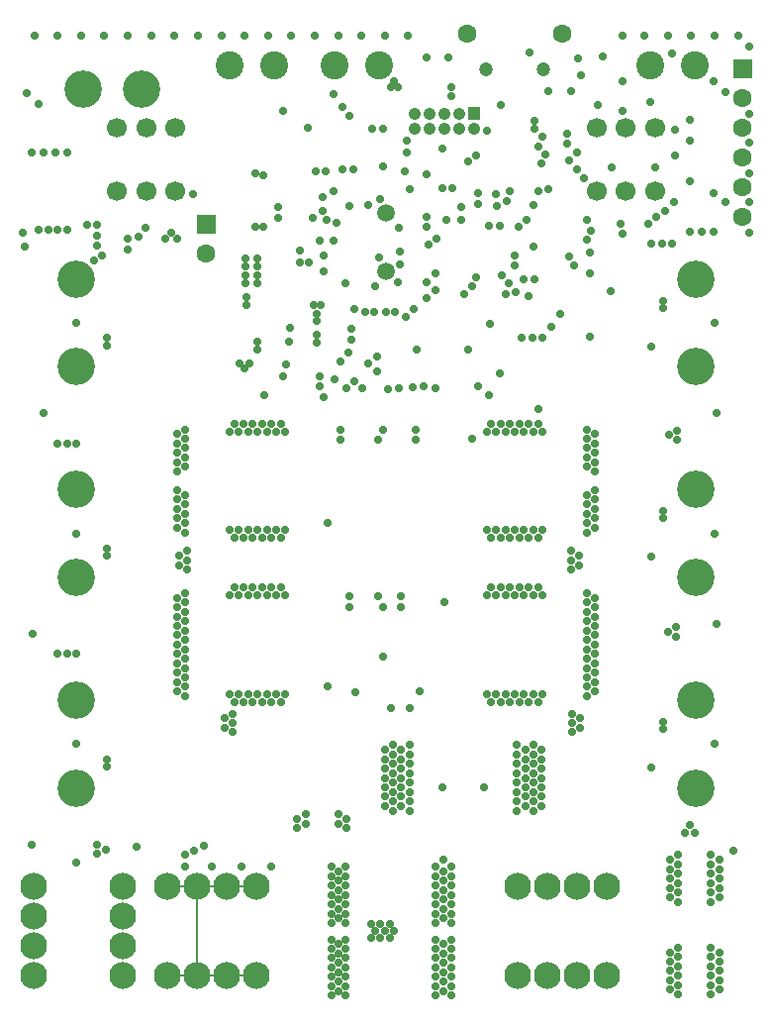
<source format=gbr>
G04 start of page 7 for group 5 idx 5 *
G04 Title: (unknown), offboard *
G04 Creator: pcb 20140316 *
G04 CreationDate: Mon 04 Feb 2019 13:49:24 GMT UTC *
G04 For: kier *
G04 Format: Gerber/RS-274X *
G04 PCB-Dimensions (mil): 3346.46 4133.86 *
G04 PCB-Coordinate-Origin: lower left *
%MOIN*%
%FSLAX25Y25*%
%LNGROUP5*%
%ADD133C,0.0354*%
%ADD132C,0.0571*%
%ADD131C,0.0394*%
%ADD130C,0.0315*%
%ADD129C,0.0256*%
%ADD128C,0.0118*%
%ADD127C,0.0276*%
%ADD126C,0.0669*%
%ADD125C,0.0906*%
%ADD124C,0.0591*%
%ADD123C,0.0945*%
%ADD122C,0.0472*%
%ADD121C,0.0630*%
%ADD120C,0.0001*%
%ADD119C,0.0413*%
%ADD118C,0.1260*%
%ADD117C,0.0079*%
G54D117*X103661Y81929D02*Y51929D01*
X93661D02*X123661D01*
X93661Y81929D02*X123661D01*
G54D118*X271654Y115157D03*
Y144685D03*
Y256890D03*
Y286417D03*
Y186024D03*
Y215551D03*
G54D119*X187008Y342126D03*
Y337126D03*
X182008Y342126D03*
Y337126D03*
G54D120*G36*
X194941Y344193D02*Y340059D01*
X199075D01*
Y344193D01*
X194941D01*
G37*
G54D119*X197008Y337126D03*
X192008Y342126D03*
Y337126D03*
G54D121*X194488Y369094D03*
G54D122*X201083Y356969D03*
G54D119*X177008Y342126D03*
G54D123*X129547Y358268D03*
X114547D03*
X164980D03*
X149980D03*
G54D119*X177008Y337126D03*
G54D120*G36*
X103543Y308031D02*Y301732D01*
X109843D01*
Y308031D01*
X103543D01*
G37*
G54D124*X167323Y308661D03*
Y288976D03*
G54D118*X62992Y215551D03*
Y186024D03*
Y286417D03*
Y256890D03*
G54D121*X106693Y294882D03*
G54D118*X62992Y144685D03*
Y115157D03*
G54D125*X48780Y51929D03*
Y61929D03*
Y71929D03*
Y81929D03*
X78780Y51929D03*
X93661D03*
X103661D03*
X113661D03*
X123661D03*
X78780Y61929D03*
Y71929D03*
Y81929D03*
X93661D03*
X103661D03*
X113661D03*
X123661D03*
X211772D03*
X221772D03*
X231772D03*
X241772D03*
X211772Y51929D03*
X221772D03*
X231772D03*
X241772D03*
G54D120*G36*
X284252Y360394D02*Y354094D01*
X290551D01*
Y360394D01*
X284252D01*
G37*
G54D121*X226772Y369094D03*
G54D122*X220177Y356969D03*
G54D123*X271280Y358268D03*
X256280D03*
G54D121*X287402Y347244D03*
Y337244D03*
Y327244D03*
Y317244D03*
Y307244D03*
G54D126*X257874Y316142D03*
X248031D03*
X238189D03*
X257874Y337402D03*
X248031D03*
X238189D03*
X96457Y316142D03*
Y337402D03*
X86614Y316142D03*
X76772D03*
X86614Y337402D03*
X76772D03*
G54D118*X85039Y350394D03*
X65354D03*
G54D127*X211417Y129528D03*
Y126378D03*
X214173Y127953D03*
Y124803D03*
Y121654D03*
X216929Y129528D03*
X277953Y129921D03*
X216929Y126378D03*
Y123228D03*
X219685Y127953D03*
Y124803D03*
X211417Y123228D03*
Y120079D03*
Y116929D03*
Y113780D03*
Y110630D03*
Y107480D03*
X214173Y118504D03*
X200394Y115354D03*
X214173D03*
X216929Y120079D03*
Y116929D03*
X219685Y115354D03*
Y118504D03*
X216929Y113780D03*
X219685Y112205D03*
X216929Y110630D03*
X214173Y112205D03*
Y109055D03*
X219685D03*
X216929Y107480D03*
X219685Y121654D03*
X210630Y146850D03*
X207480D03*
X213780D03*
X204331D03*
X216929D03*
X201181D03*
X202756Y144094D03*
X205906D03*
X209055D03*
X212205D03*
X215354D03*
X218504D03*
X178740Y147638D03*
X157087Y147244D03*
X166142Y159449D03*
X175197Y142126D03*
X168898D03*
X220079Y146850D03*
X229921Y140157D03*
Y137008D03*
Y133858D03*
X232677Y138583D03*
Y135433D03*
X235039Y146063D03*
X124016Y146850D03*
X127165D03*
X130315D03*
X133465D03*
X122441Y144094D03*
X125591D03*
X128740D03*
X131890D03*
X120866Y146850D03*
X117717D03*
X114567D03*
X116142Y144094D03*
X119291D03*
X99606Y146063D03*
X96850Y147638D03*
X115748Y140157D03*
Y137008D03*
Y133858D03*
X112992Y138583D03*
X99606Y174409D03*
Y171260D03*
Y168110D03*
Y164961D03*
Y161811D03*
X96850Y163386D03*
Y166535D03*
Y169685D03*
Y172835D03*
Y175984D03*
X99606Y158661D03*
Y155512D03*
Y152362D03*
Y149213D03*
X96850Y150787D03*
Y153937D03*
Y157087D03*
Y160236D03*
X62992D03*
X59843D03*
X56693D03*
X48425Y166929D03*
X112992Y135433D03*
X99606Y92520D03*
X102756Y94094D03*
X99606Y88583D03*
X105906Y95669D03*
X73228Y124803D03*
Y122441D03*
X70079Y92913D03*
Y96063D03*
X72835Y94488D03*
X48031Y96063D03*
X62992Y90157D03*
X83465Y95276D03*
X62992Y129921D03*
X210630Y201969D03*
X207480D03*
X213780D03*
X204331D03*
X216929D03*
X201181D03*
X202756Y199213D03*
X205906D03*
X209055D03*
X212205D03*
X215354D03*
X218504D03*
X210630Y179921D03*
X207480D03*
X213780D03*
X204331D03*
X216929D03*
X201181D03*
X220079D03*
X202756Y182677D03*
X205906D03*
X209055D03*
X212205D03*
X215354D03*
X218504D03*
X235039Y180709D03*
Y177559D03*
Y174409D03*
Y171260D03*
Y168110D03*
Y164961D03*
Y161811D03*
Y158661D03*
Y155512D03*
Y152362D03*
Y149213D03*
X220079Y201969D03*
X229528Y194882D03*
Y191732D03*
Y188583D03*
X232283Y193307D03*
Y190157D03*
X235039Y201181D03*
Y204331D03*
X124016Y201969D03*
X120866D03*
X127165D03*
X117717D03*
X130315D03*
X114567D03*
X133465D03*
X116142Y199213D03*
X100394Y194882D03*
Y191732D03*
Y188583D03*
X99606Y201181D03*
X96850Y202756D03*
X119291Y199213D03*
X122441D03*
X125591D03*
X128740D03*
X131890D03*
X124016Y179921D03*
X120866D03*
X127165D03*
X117717D03*
X130315D03*
X133465D03*
X119291Y182677D03*
X122441D03*
X125591D03*
X128740D03*
X131890D03*
X155118Y179528D03*
X164567D03*
X172441D03*
Y175984D03*
X155118D03*
X166142D03*
X116142Y182677D03*
X114567Y179921D03*
X99606Y180709D03*
Y177559D03*
X96850Y179134D03*
X163780Y66929D03*
X162205Y64567D03*
Y69291D03*
X166929Y66929D03*
X168504Y69291D03*
X165354D03*
Y64567D03*
X168504D03*
X170079Y66929D03*
X153543Y64173D03*
Y69685D03*
Y72835D03*
Y75984D03*
X183858Y88583D03*
X189370D03*
X183858Y85433D03*
X189370D03*
X183858Y82283D03*
X189370D03*
X186614Y80709D03*
Y83858D03*
Y87008D03*
Y90945D03*
X183858Y79134D03*
Y75984D03*
X186614Y77559D03*
X189370Y79134D03*
Y75984D03*
X183858Y72835D03*
Y69685D03*
X186614Y71260D03*
Y74409D03*
X189370Y72835D03*
Y69685D03*
X183858Y64173D03*
X189370D03*
Y61024D03*
Y57874D03*
Y54724D03*
Y51575D03*
Y48425D03*
Y45276D03*
X183858Y61024D03*
Y57874D03*
Y54724D03*
Y51575D03*
X186614Y53150D03*
X183858Y48425D03*
Y45276D03*
X186614Y46850D03*
Y50000D03*
Y56299D03*
Y59449D03*
Y62598D03*
X153543Y54724D03*
Y57874D03*
Y61024D03*
X151181Y56299D03*
Y59449D03*
X148819Y57874D03*
Y54724D03*
X151181Y62598D03*
X148819Y64173D03*
Y61024D03*
X153543Y45276D03*
Y48425D03*
Y51575D03*
X151181Y46850D03*
Y50000D03*
Y53150D03*
X148819Y51575D03*
Y48425D03*
Y45276D03*
X151181Y71260D03*
Y74409D03*
Y77559D03*
Y80709D03*
Y83858D03*
Y87008D03*
X148819Y88583D03*
Y85433D03*
Y82283D03*
Y79134D03*
Y75984D03*
Y72835D03*
Y69685D03*
X108661Y88583D03*
X118504D03*
X128740D03*
X262992Y59843D03*
Y56693D03*
Y53543D03*
Y50394D03*
Y47244D03*
X265748Y45669D03*
Y48819D03*
Y51969D03*
Y55118D03*
Y58268D03*
Y61417D03*
X276772Y51969D03*
Y48819D03*
Y45669D03*
Y61417D03*
Y58268D03*
Y55118D03*
X279528Y59843D03*
Y56693D03*
Y53543D03*
Y50394D03*
Y47244D03*
X278740Y170472D03*
X276772Y92520D03*
Y89370D03*
Y86220D03*
Y83071D03*
Y79921D03*
Y76772D03*
X279528Y78346D03*
Y81496D03*
Y84646D03*
Y87795D03*
Y90945D03*
X284252Y94094D03*
X271260Y100000D03*
X268110D03*
X269685Y102756D03*
X265748Y92520D03*
Y89370D03*
Y86220D03*
Y83071D03*
Y79921D03*
Y76772D03*
X262992Y78346D03*
Y81496D03*
Y84646D03*
Y87795D03*
Y90945D03*
X237795Y179134D03*
Y175984D03*
Y172835D03*
Y202756D03*
Y205906D03*
Y169685D03*
Y166535D03*
Y163386D03*
Y160236D03*
Y157087D03*
Y153937D03*
Y150787D03*
Y147638D03*
X260630Y135039D03*
Y137402D03*
X256693Y122047D03*
X260630Y205906D03*
Y208268D03*
X256693Y192913D03*
X264961Y166142D03*
Y169291D03*
X262205Y167717D03*
X169685Y129528D03*
Y126378D03*
X172441Y127953D03*
Y124803D03*
X166929Y127953D03*
Y124803D03*
X172441Y121654D03*
X166929D03*
X175197Y129528D03*
Y126378D03*
Y123228D03*
Y120079D03*
X147638Y149213D03*
Y204331D03*
X169685Y123228D03*
Y120079D03*
Y116929D03*
Y113780D03*
Y110630D03*
Y107480D03*
X172441Y118504D03*
X166929D03*
X186220Y115354D03*
X175197Y116929D03*
Y113780D03*
Y110630D03*
Y107480D03*
X187008Y177559D03*
X166929Y109055D03*
Y112205D03*
Y115354D03*
X172441Y112205D03*
Y109055D03*
Y115354D03*
X153543Y79134D03*
Y82283D03*
Y85433D03*
Y88583D03*
X151181Y103150D03*
Y106299D03*
X153937Y101575D03*
Y104724D03*
X140157Y103150D03*
Y106299D03*
X137402Y104724D03*
Y101575D03*
X210630Y235039D03*
X207480D03*
X213780D03*
X204331D03*
X216929D03*
X201181D03*
X196457Y232677D03*
X177165Y235827D03*
Y232283D03*
X220079Y235039D03*
X265354Y232283D03*
Y235433D03*
X262598Y233858D03*
X278740Y241339D03*
X277953Y200787D03*
X202756Y237795D03*
X205906D03*
X209055D03*
X212205D03*
X215354D03*
X218504D03*
X235039Y207480D03*
X237795Y209055D03*
Y212205D03*
Y215354D03*
X235039Y210630D03*
Y213780D03*
Y223228D03*
Y226378D03*
Y229528D03*
X237795Y227953D03*
X235039Y232677D03*
Y235827D03*
X237795Y234252D03*
Y231102D03*
X218504Y242520D03*
X237795Y224803D03*
Y221654D03*
X256693Y263780D03*
X260630Y276772D03*
Y279134D03*
X242913Y282283D03*
X277953Y271654D03*
X222835Y270472D03*
X225984Y274803D03*
X235827Y266929D03*
X194882Y262598D03*
X198425Y311811D03*
X196457Y283858D03*
X208661Y285039D03*
X211024Y281890D03*
X213780Y286220D03*
X197638Y287008D03*
X193701Y281496D03*
X207480D03*
X192520Y306299D03*
X201969Y304331D03*
X205512D03*
X198425Y315354D03*
X204724Y311024D03*
X204331Y314961D03*
X189764Y316929D03*
X192520Y310630D03*
X209055Y316142D03*
X207874Y312598D03*
X186220Y330315D03*
X189370Y348031D03*
Y351181D03*
X201181Y336220D03*
X197638Y327953D03*
X205906Y344882D03*
X194882Y325984D03*
X188189Y361024D03*
X181102D03*
X174409Y329134D03*
X181102Y321654D03*
X174409Y333071D03*
X175197Y316535D03*
X186220Y316929D03*
X177559Y262598D03*
X171654Y249606D03*
X176378Y250000D03*
X179921Y250394D03*
X183858Y249606D03*
X198425Y250394D03*
X172047Y291339D03*
X184252Y300000D03*
X181496Y298031D03*
X181102Y303937D03*
X187795Y306299D03*
X181102Y307480D03*
X183858Y288189D03*
X174016Y273622D03*
X212992Y266535D03*
X205512Y254724D03*
X202362Y271260D03*
X211811Y303937D03*
X206299Y287795D03*
X210630Y290945D03*
Y294488D03*
X201969Y247244D03*
X172047Y295669D03*
X171654Y303543D03*
X170472Y275197D03*
X176772Y276378D03*
X181102Y279921D03*
X171260Y285433D03*
X183858Y282677D03*
X181102Y285433D03*
X246457Y305118D03*
X255512D03*
X246850Y301575D03*
X261417Y309449D03*
X264173Y312205D03*
X236220Y302756D03*
X246850Y342913D03*
Y368504D03*
X254331D03*
X264567Y327953D03*
X257874Y324016D03*
X243307D03*
X264567Y336614D03*
X217323Y286220D03*
X216929Y311417D03*
Y297244D03*
X214567Y306299D03*
X216535Y266535D03*
X220079D03*
X215354Y280709D03*
X230709Y290945D03*
X229134Y294094D03*
X235827Y288189D03*
X235039Y306299D03*
Y299606D03*
X258268Y307480D03*
X235827Y295276D03*
X256693Y298425D03*
X260236D03*
X263780D03*
X238583Y344882D03*
X231890Y360630D03*
X240157Y361417D03*
X233071Y355118D03*
X233858Y320472D03*
X256299Y346063D03*
X246850Y353150D03*
X215748Y362598D03*
X217323Y339764D03*
Y337008D03*
X220079Y334252D03*
X218504Y331102D03*
X220866Y328346D03*
X229134Y326378D03*
X231496Y323228D03*
X218504Y316142D03*
X222047Y316535D03*
X219685Y325197D03*
X222047Y349606D03*
X229528D03*
X231496Y329134D03*
X228346Y331890D03*
Y335433D03*
X269685Y340157D03*
X270079Y368504D03*
X262205D03*
X263780Y362205D03*
X269685Y333071D03*
Y302362D03*
X273622D03*
X277559D03*
Y315354D03*
X269685Y319291D03*
X281496Y349213D03*
X289764Y364567D03*
X285827Y368504D03*
X277953D03*
X277559Y353150D03*
X289764Y342126D03*
Y332283D03*
Y322047D03*
Y312205D03*
Y301969D03*
X281496Y312205D03*
X124016Y235039D03*
X120866D03*
X127165D03*
X117717D03*
X130315D03*
X133465D03*
X132480Y253740D03*
X119291Y237795D03*
X122441D03*
X126378Y247244D03*
X125591Y237795D03*
X128740D03*
X131890D03*
X124016Y290551D03*
Y293307D03*
X97638Y193307D03*
Y190157D03*
X73228Y195669D03*
Y193307D03*
X62992Y200787D03*
X116142Y237795D03*
X114567Y235039D03*
X99606Y235827D03*
Y232677D03*
X62992Y231102D03*
X59843D03*
X56693D03*
X51969Y241339D03*
X99606Y229528D03*
X73228Y264173D03*
X124016Y265354D03*
Y262598D03*
X117913Y258071D03*
X119685Y256496D03*
X121457Y258071D03*
X99606Y226378D03*
Y223228D03*
Y213780D03*
Y210630D03*
X96850Y212205D03*
X99606Y207480D03*
Y204331D03*
X96850Y205906D03*
Y209055D03*
Y215354D03*
Y221654D03*
Y224803D03*
Y227953D03*
Y231102D03*
Y234252D03*
X127559Y368504D03*
X135433D03*
X143307D03*
X151181D03*
X159055D03*
X166929D03*
X174803D03*
X170079Y353150D03*
X171260Y351181D03*
X149606Y348819D03*
X168898Y351181D03*
X166142Y337008D03*
X162598D03*
X152756Y344488D03*
X166142Y324409D03*
X165354Y313386D03*
X173622Y322835D03*
X155118Y341339D03*
X132677Y342913D03*
X142520Y307087D03*
X146063Y314173D03*
X149606Y316142D03*
X146063Y309449D03*
X155118Y311024D03*
X161417Y311417D03*
X123228Y322047D03*
X143701Y322835D03*
X146850D03*
X152756Y323228D03*
X156299D03*
X140945Y337402D03*
X119685Y368504D03*
X111811D03*
X103937D03*
X96063D03*
X88189D03*
X80315D03*
X72441D03*
X64567D03*
X56693D03*
X48819D03*
X146457Y288976D03*
Y294488D03*
X147244Y306299D03*
X144882Y299213D03*
X150787Y305512D03*
X149606Y299213D03*
X156693Y276378D03*
X160236Y275197D03*
X163386D03*
X153543Y285039D03*
X167323Y275197D03*
X164961Y293701D03*
X163780Y283858D03*
X138189Y292126D03*
Y296063D03*
X141339Y292126D03*
X123228Y303937D03*
X125984D03*
Y321260D03*
X124016Y287795D03*
Y285039D03*
X120079Y293307D03*
Y290551D03*
Y287795D03*
X131102Y310630D03*
Y307087D03*
X96850Y300000D03*
X120079Y285039D03*
X120472Y277559D03*
Y280315D03*
X151969Y235827D03*
Y232283D03*
X164567D03*
X166142Y235827D03*
X134646Y265354D03*
X133661Y257677D03*
X144094Y267717D03*
Y265157D03*
X134843Y270079D03*
X144094Y272441D03*
Y274803D03*
X142913Y277559D03*
X145276D03*
X155512Y269685D03*
Y266142D03*
X146457Y246850D03*
X144882Y250197D03*
Y253740D03*
X150000Y252756D03*
X151969Y258661D03*
X153937Y249606D03*
X156693Y251969D03*
X159449Y249606D03*
X154724Y261811D03*
X168110Y249213D03*
X164173Y255512D03*
X161417Y257874D03*
X164173Y260236D03*
X73228Y266535D03*
X62992Y271654D03*
X59843Y303150D03*
X66535Y304724D03*
X70079D03*
Y301181D03*
Y297638D03*
X68898Y292520D03*
X71654Y294488D03*
X80315Y296457D03*
Y300000D03*
X83858Y300787D03*
X86220Y303543D03*
X46457Y349016D03*
X50394Y345276D03*
X48031Y329134D03*
X51969D03*
X50394Y303150D03*
X53543D03*
X56693D03*
X55906Y329134D03*
X59843D03*
X44882Y301969D03*
X45669Y297244D03*
X92913Y300000D03*
X102362Y314961D03*
X94882Y301969D03*
G54D128*G54D121*G54D129*G54D122*G54D130*G54D129*G54D122*G54D129*G54D131*G54D127*G54D121*G54D131*G54D121*G54D132*G54D118*G54D132*G54D131*G54D122*G54D130*G54D122*G54D131*G54D133*G54D122*G54D118*G54D133*G54D122*G54D133*G54D121*M02*

</source>
